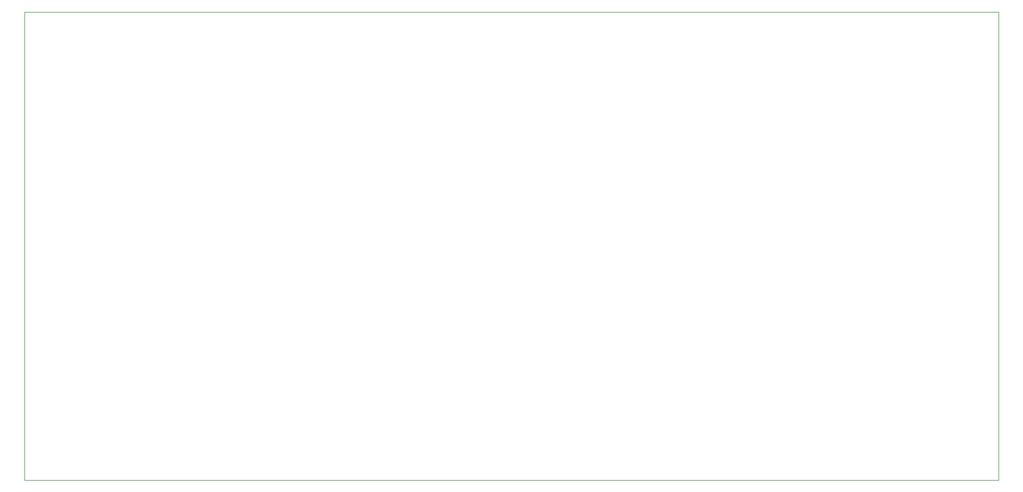
<source format=gm1>
G04 #@! TF.GenerationSoftware,KiCad,Pcbnew,9.0.1*
G04 #@! TF.CreationDate,2025-07-04T11:18:44+02:00*
G04 #@! TF.ProjectId,SecondTry,5365636f-6e64-4547-9279-2e6b69636164,rev?*
G04 #@! TF.SameCoordinates,Original*
G04 #@! TF.FileFunction,Profile,NP*
%FSLAX46Y46*%
G04 Gerber Fmt 4.6, Leading zero omitted, Abs format (unit mm)*
G04 Created by KiCad (PCBNEW 9.0.1) date 2025-07-04 11:18:44*
%MOMM*%
%LPD*%
G01*
G04 APERTURE LIST*
G04 #@! TA.AperFunction,Profile*
%ADD10C,0.038100*%
G04 #@! TD*
G04 APERTURE END LIST*
D10*
X84250000Y-67000000D02*
X84250000Y-140000000D01*
X84250000Y-140000000D02*
X236000000Y-140000000D01*
X84250000Y-67000000D02*
X236000000Y-67000000D01*
X236000000Y-67000000D02*
X236000000Y-140000000D01*
M02*

</source>
